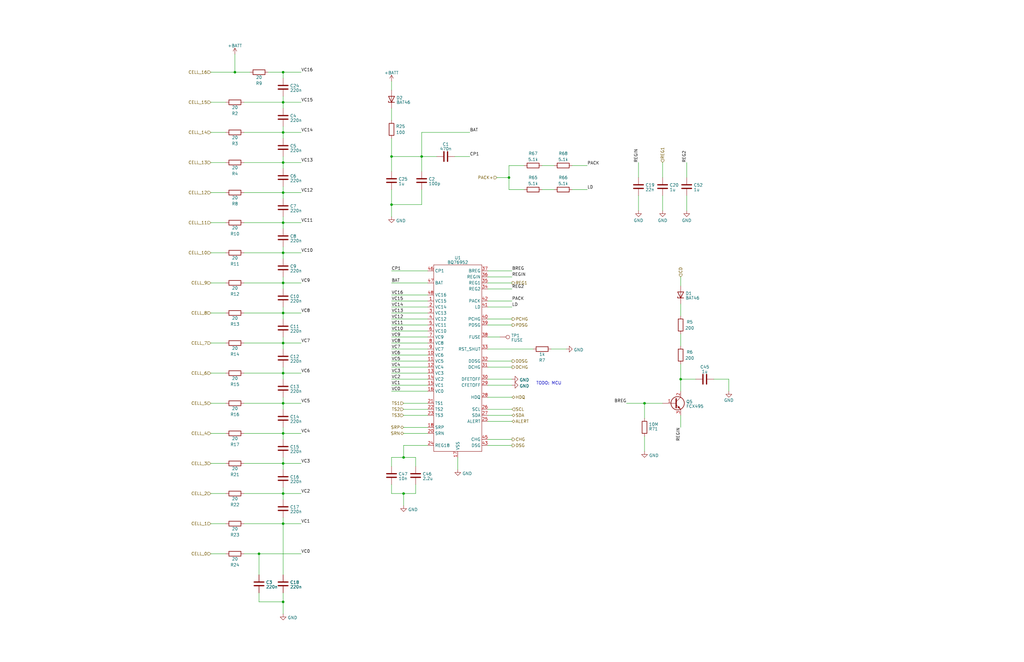
<source format=kicad_sch>
(kicad_sch (version 20230121) (generator eeschema)
  (paper "B")
  (title_block (title "Protection and Balancing") (date "2022-10-30") (rev "Rev 0") (company "QTech BMS Dept"))
  (junction (at 165.1 66.04))
  (junction (at 119.38 68.58))
  (junction (at 119.38 208.28))
  (junction (at 214.63 74.93))
  (junction (at 165.1 86.36))
  (junction (at 170.18 193.04))
  (junction (at 287.02 160.02))
  (junction (at 119.38 81.28))
  (junction (at 170.18 208.28))
  (junction (at 99.06 30.48))
  (junction (at 119.38 132.08))
  (junction (at 119.38 182.88))
  (junction (at 119.38 30.48))
  (junction (at 177.8 66.04))
  (junction (at 119.38 220.98))
  (junction (at 119.38 170.18))
  (junction (at 109.22 233.68))
  (junction (at 271.78 170.18))
  (junction (at 119.38 157.48))
  (junction (at 119.38 93.98))
  (junction (at 119.38 254))
  (junction (at 119.38 106.68))
  (junction (at 119.38 55.88))
  (junction (at 119.38 195.58))
  (junction (at 119.38 43.18))
  (junction (at 119.38 119.38))
  (junction (at 119.38 144.78))
  (wire (pts (xy 165.1 149.86) (xy 180.34 149.86)))
  (wire (pts (xy 191.77 66.04) (xy 198.12 66.04)))
  (wire (pts (xy 165.1 160.02) (xy 180.34 160.02)))
  (wire (pts (xy 88.9 195.58) (xy 95.25 195.58)))
  (wire (pts (xy 102.87 170.18) (xy 119.38 170.18)))
  (wire (pts (xy 287.02 128.27) (xy 287.02 133.35)))
  (wire (pts (xy 220.98 69.85) (xy 214.63 69.85)))
  (wire (pts (xy 102.87 43.18) (xy 119.38 43.18)))
  (wire (pts (xy 205.74 172.72) (xy 215.9 172.72)))
  (wire (pts (xy 119.38 55.88) (xy 119.38 58.42)))
  (wire (pts (xy 271.78 170.18) (xy 264.16 170.18)))
  (wire (pts (xy 205.74 154.94) (xy 215.9 154.94)))
  (wire (pts (xy 175.26 196.85) (xy 175.26 193.04)))
  (wire (pts (xy 205.74 129.54) (xy 215.9 129.54)))
  (wire (pts (xy 177.8 66.04) (xy 177.8 55.88)))
  (wire (pts (xy 119.38 116.84) (xy 119.38 119.38)))
  (wire (pts (xy 88.9 81.28) (xy 95.25 81.28)))
  (wire (pts (xy 205.74 147.32) (xy 224.79 147.32)))
  (wire (pts (xy 119.38 68.58) (xy 119.38 71.12)))
  (wire (pts (xy 165.1 137.16) (xy 180.34 137.16)))
  (wire (pts (xy 119.38 254) (xy 119.38 259.08)))
  (wire (pts (xy 177.8 72.39) (xy 177.8 66.04)))
  (wire (pts (xy 232.41 147.32) (xy 238.76 147.32)))
  (wire (pts (xy 165.1 129.54) (xy 180.34 129.54)))
  (wire (pts (xy 180.34 182.88) (xy 170.18 182.88)))
  (wire (pts (xy 269.24 68.58) (xy 269.24 74.93)))
  (wire (pts (xy 271.78 170.18) (xy 271.78 176.53)))
  (wire (pts (xy 119.38 205.74) (xy 119.38 208.28)))
  (wire (pts (xy 99.06 22.86) (xy 99.06 30.48)))
  (wire (pts (xy 165.1 132.08) (xy 180.34 132.08)))
  (wire (pts (xy 228.6 80.01) (xy 233.68 80.01)))
  (wire (pts (xy 119.38 167.64) (xy 119.38 170.18)))
  (wire (pts (xy 102.87 233.68) (xy 109.22 233.68)))
  (wire (pts (xy 165.1 80.01) (xy 165.1 86.36)))
  (wire (pts (xy 287.02 160.02) (xy 293.37 160.02)))
  (wire (pts (xy 119.38 157.48) (xy 127 157.48)))
  (wire (pts (xy 205.74 177.8) (xy 215.9 177.8)))
  (wire (pts (xy 205.74 116.84) (xy 215.9 116.84)))
  (wire (pts (xy 170.18 208.28) (xy 175.26 208.28)))
  (wire (pts (xy 109.22 233.68) (xy 127 233.68)))
  (wire (pts (xy 205.74 137.16) (xy 215.9 137.16)))
  (wire (pts (xy 119.38 132.08) (xy 119.38 134.62)))
  (wire (pts (xy 113.03 30.48) (xy 119.38 30.48)))
  (wire (pts (xy 119.38 66.04) (xy 119.38 68.58)))
  (wire (pts (xy 170.18 187.96) (xy 170.18 193.04)))
  (wire (pts (xy 193.04 193.04) (xy 193.04 198.12)))
  (wire (pts (xy 287.02 153.67) (xy 287.02 160.02)))
  (wire (pts (xy 119.38 250.19) (xy 119.38 254)))
  (wire (pts (xy 279.4 68.58) (xy 279.4 74.93)))
  (wire (pts (xy 88.9 170.18) (xy 95.25 170.18)))
  (wire (pts (xy 119.38 218.44) (xy 119.38 220.98)))
  (wire (pts (xy 119.38 157.48) (xy 119.38 160.02)))
  (wire (pts (xy 205.74 134.62) (xy 215.9 134.62)))
  (wire (pts (xy 119.38 68.58) (xy 127 68.58)))
  (wire (pts (xy 88.9 93.98) (xy 95.25 93.98)))
  (wire (pts (xy 99.06 30.48) (xy 105.41 30.48)))
  (wire (pts (xy 109.22 250.19) (xy 109.22 254)))
  (wire (pts (xy 119.38 180.34) (xy 119.38 182.88)))
  (wire (pts (xy 88.9 30.48) (xy 99.06 30.48)))
  (wire (pts (xy 165.1 34.29) (xy 165.1 38.1)))
  (wire (pts (xy 88.9 43.18) (xy 95.25 43.18)))
  (wire (pts (xy 119.38 195.58) (xy 127 195.58)))
  (wire (pts (xy 307.34 160.02) (xy 307.34 165.1)))
  (wire (pts (xy 170.18 193.04) (xy 165.1 193.04)))
  (wire (pts (xy 279.4 170.18) (xy 271.78 170.18)))
  (wire (pts (xy 119.38 93.98) (xy 119.38 96.52)))
  (wire (pts (xy 289.56 82.55) (xy 289.56 88.9)))
  (wire (pts (xy 88.9 68.58) (xy 95.25 68.58)))
  (wire (pts (xy 170.18 208.28) (xy 170.18 213.36)))
  (wire (pts (xy 300.99 160.02) (xy 307.34 160.02)))
  (wire (pts (xy 247.65 69.85) (xy 241.3 69.85)))
  (wire (pts (xy 119.38 208.28) (xy 127 208.28)))
  (wire (pts (xy 271.78 184.15) (xy 271.78 190.5)))
  (wire (pts (xy 88.9 119.38) (xy 95.25 119.38)))
  (wire (pts (xy 205.74 152.4) (xy 215.9 152.4)))
  (wire (pts (xy 119.38 30.48) (xy 127 30.48)))
  (wire (pts (xy 119.38 220.98) (xy 127 220.98)))
  (wire (pts (xy 205.74 119.38) (xy 215.9 119.38)))
  (wire (pts (xy 119.38 144.78) (xy 127 144.78)))
  (wire (pts (xy 180.34 180.34) (xy 170.18 180.34)))
  (wire (pts (xy 102.87 68.58) (xy 119.38 68.58)))
  (wire (pts (xy 180.34 172.72) (xy 170.18 172.72)))
  (wire (pts (xy 165.1 86.36) (xy 177.8 86.36)))
  (wire (pts (xy 165.1 66.04) (xy 177.8 66.04)))
  (wire (pts (xy 214.63 74.93) (xy 214.63 69.85)))
  (wire (pts (xy 102.87 132.08) (xy 119.38 132.08)))
  (wire (pts (xy 214.63 80.01) (xy 220.98 80.01)))
  (wire (pts (xy 102.87 81.28) (xy 119.38 81.28)))
  (wire (pts (xy 177.8 55.88) (xy 198.12 55.88)))
  (wire (pts (xy 279.4 82.55) (xy 279.4 88.9)))
  (wire (pts (xy 102.87 220.98) (xy 119.38 220.98)))
  (wire (pts (xy 205.74 114.3) (xy 215.9 114.3)))
  (wire (pts (xy 119.38 78.74) (xy 119.38 81.28)))
  (wire (pts (xy 88.9 157.48) (xy 95.25 157.48)))
  (wire (pts (xy 102.87 106.68) (xy 119.38 106.68)))
  (wire (pts (xy 165.1 204.47) (xy 165.1 208.28)))
  (wire (pts (xy 165.1 58.42) (xy 165.1 66.04)))
  (wire (pts (xy 102.87 93.98) (xy 119.38 93.98)))
  (wire (pts (xy 88.9 106.68) (xy 95.25 106.68)))
  (wire (pts (xy 102.87 157.48) (xy 119.38 157.48)))
  (wire (pts (xy 269.24 82.55) (xy 269.24 88.9)))
  (wire (pts (xy 287.02 140.97) (xy 287.02 146.05)))
  (wire (pts (xy 119.38 40.64) (xy 119.38 43.18)))
  (wire (pts (xy 205.74 160.02) (xy 215.9 160.02)))
  (wire (pts (xy 175.26 208.28) (xy 175.26 204.47)))
  (wire (pts (xy 205.74 121.92) (xy 215.9 121.92)))
  (wire (pts (xy 165.1 142.24) (xy 180.34 142.24)))
  (wire (pts (xy 165.1 208.28) (xy 170.18 208.28)))
  (wire (pts (xy 102.87 195.58) (xy 119.38 195.58)))
  (wire (pts (xy 88.9 144.78) (xy 95.25 144.78)))
  (wire (pts (xy 165.1 66.04) (xy 165.1 72.39)))
  (wire (pts (xy 119.38 55.88) (xy 127 55.88)))
  (wire (pts (xy 119.38 182.88) (xy 127 182.88)))
  (wire (pts (xy 165.1 124.46) (xy 180.34 124.46)))
  (wire (pts (xy 205.74 162.56) (xy 215.9 162.56)))
  (wire (pts (xy 88.9 220.98) (xy 95.25 220.98)))
  (wire (pts (xy 119.38 81.28) (xy 119.38 83.82)))
  (wire (pts (xy 119.38 119.38) (xy 119.38 121.92)))
  (wire (pts (xy 289.56 68.58) (xy 289.56 74.93)))
  (wire (pts (xy 165.1 127) (xy 180.34 127)))
  (wire (pts (xy 119.38 43.18) (xy 127 43.18)))
  (wire (pts (xy 233.68 69.85) (xy 228.6 69.85)))
  (wire (pts (xy 287.02 160.02) (xy 287.02 165.1)))
  (wire (pts (xy 119.38 220.98) (xy 119.38 242.57)))
  (wire (pts (xy 119.38 142.24) (xy 119.38 144.78)))
  (wire (pts (xy 119.38 195.58) (xy 119.38 198.12)))
  (wire (pts (xy 102.87 182.88) (xy 119.38 182.88)))
  (wire (pts (xy 287.02 175.26) (xy 287.02 180.34)))
  (wire (pts (xy 119.38 106.68) (xy 119.38 109.22)))
  (wire (pts (xy 119.38 193.04) (xy 119.38 195.58)))
  (wire (pts (xy 165.1 45.72) (xy 165.1 50.8)))
  (wire (pts (xy 88.9 132.08) (xy 95.25 132.08)))
  (wire (pts (xy 119.38 144.78) (xy 119.38 147.32)))
  (wire (pts (xy 109.22 233.68) (xy 109.22 242.57)))
  (wire (pts (xy 119.38 93.98) (xy 127 93.98)))
  (wire (pts (xy 119.38 43.18) (xy 119.38 45.72)))
  (wire (pts (xy 102.87 208.28) (xy 119.38 208.28)))
  (wire (pts (xy 102.87 144.78) (xy 119.38 144.78)))
  (wire (pts (xy 165.1 134.62) (xy 180.34 134.62)))
  (wire (pts (xy 119.38 132.08) (xy 127 132.08)))
  (wire (pts (xy 88.9 55.88) (xy 95.25 55.88)))
  (wire (pts (xy 102.87 55.88) (xy 119.38 55.88)))
  (wire (pts (xy 119.38 104.14) (xy 119.38 106.68)))
  (wire (pts (xy 119.38 170.18) (xy 119.38 172.72)))
  (wire (pts (xy 109.22 254) (xy 119.38 254)))
  (wire (pts (xy 214.63 74.93) (xy 209.55 74.93)))
  (wire (pts (xy 175.26 193.04) (xy 170.18 193.04)))
  (wire (pts (xy 205.74 185.42) (xy 215.9 185.42)))
  (wire (pts (xy 177.8 86.36) (xy 177.8 80.01)))
  (wire (pts (xy 165.1 193.04) (xy 165.1 196.85)))
  (wire (pts (xy 214.63 80.01) (xy 214.63 74.93)))
  (wire (pts (xy 205.74 175.26) (xy 215.9 175.26)))
  (wire (pts (xy 88.9 208.28) (xy 95.25 208.28)))
  (wire (pts (xy 119.38 81.28) (xy 127 81.28)))
  (wire (pts (xy 119.38 91.44) (xy 119.38 93.98)))
  (wire (pts (xy 165.1 165.1) (xy 180.34 165.1)))
  (wire (pts (xy 119.38 208.28) (xy 119.38 210.82)))
  (wire (pts (xy 165.1 139.7) (xy 180.34 139.7)))
  (wire (pts (xy 205.74 142.24) (xy 210.82 142.24)))
  (wire (pts (xy 165.1 144.78) (xy 180.34 144.78)))
  (wire (pts (xy 165.1 152.4) (xy 180.34 152.4)))
  (wire (pts (xy 165.1 86.36) (xy 165.1 91.44)))
  (wire (pts (xy 119.38 154.94) (xy 119.38 157.48)))
  (wire (pts (xy 205.74 127) (xy 215.9 127)))
  (wire (pts (xy 119.38 129.54) (xy 119.38 132.08)))
  (wire (pts (xy 205.74 187.96) (xy 215.9 187.96)))
  (wire (pts (xy 165.1 114.3) (xy 180.34 114.3)))
  (wire (pts (xy 170.18 187.96) (xy 180.34 187.96)))
  (wire (pts (xy 102.87 119.38) (xy 119.38 119.38)))
  (wire (pts (xy 180.34 175.26) (xy 170.18 175.26)))
  (wire (pts (xy 119.38 30.48) (xy 119.38 33.02)))
  (wire (pts (xy 241.3 80.01) (xy 247.65 80.01)))
  (wire (pts (xy 180.34 170.18) (xy 170.18 170.18)))
  (wire (pts (xy 88.9 233.68) (xy 95.25 233.68)))
  (wire (pts (xy 119.38 182.88) (xy 119.38 185.42)))
  (wire (pts (xy 165.1 154.94) (xy 180.34 154.94)))
  (wire (pts (xy 165.1 162.56) (xy 180.34 162.56)))
  (wire (pts (xy 119.38 53.34) (xy 119.38 55.88)))
  (wire (pts (xy 165.1 119.38) (xy 180.34 119.38)))
  (wire (pts (xy 119.38 170.18) (xy 127 170.18)))
  (wire (pts (xy 205.74 167.64) (xy 215.9 167.64)))
  (wire (pts (xy 177.8 66.04) (xy 184.15 66.04)))
  (wire (pts (xy 165.1 157.48) (xy 180.34 157.48)))
  (wire (pts (xy 119.38 119.38) (xy 127 119.38)))
  (wire (pts (xy 88.9 182.88) (xy 95.25 182.88)))
  (wire (pts (xy 287.02 116.84) (xy 287.02 120.65)))
  (wire (pts (xy 165.1 147.32) (xy 180.34 147.32)))
  (wire (pts (xy 119.38 106.68) (xy 127 106.68)))
  (text "TODO: MCU" (at 226.06 162.56 0) (effects (font (size 1.27 1.27)) (justify left bottom)))
  (label "VC7" (at 127 144.78 0))
  (label "VC4" (at 165.1 154.94 0))
  (label "BAT" (at 198.12 55.88 0))
  (label "LD" (at 247.65 80.01 0))
  (label "VC1" (at 127 220.98 0))
  (label "VC5" (at 127 170.18 0))
  (label "VC0" (at 127 233.68 0))
  (label "VC15" (at 127 43.18 0))
  (label "LD" (at 215.9 129.54 0))
  (label "BAT" (at 165.1 119.38 0))
  (label "VC10" (at 165.1 139.7 0))
  (label "VC3" (at 127 195.58 0))
  (label "VC15" (at 165.1 127 0))
  (label "REGIN" (at 269.24 68.58 90))
  (label "PACK" (at 215.9 127 0))
  (label "VC3" (at 165.1 157.48 0))
  (label "REGIN" (at 215.9 116.84 0))
  (label "VC14" (at 165.1 129.54 0))
  (label "VC0" (at 165.1 165.1 0))
  (label "VC6" (at 165.1 149.86 0))
  (label "VC16" (at 165.1 124.46 0))
  (label "VC13" (at 165.1 132.08 0))
  (label "VC6" (at 127 157.48 0))
  (label "VC4" (at 127 182.88 0))
  (label "CP1" (at 198.12 66.04 0))
  (label "VC16" (at 127 30.48 0))
  (label "VC7" (at 165.1 147.32 0))
  (label "VC12" (at 165.1 134.62 0))
  (label "VC1" (at 165.1 162.56 0))
  (label "VC12" (at 127 81.28 0))
  (label "VC9" (at 165.1 142.24 0))
  (label "VC10" (at 127 106.68 0))
  (label "BREG" (at 264.16 170.18 180))
  (label "VC13" (at 127 68.58 0))
  (label "VC11" (at 127 93.98 0))
  (label "VC11" (at 165.1 137.16 0))
  (label "CP1" (at 165.1 114.3 0))
  (label "VC9" (at 127 119.38 0))
  (label "PACK" (at 247.65 69.85 0))
  (label "REG2" (at 215.9 121.92 0))
  (label "BREG" (at 215.9 114.3 0))
  (label "VC8" (at 127 132.08 0))
  (label "VC2" (at 165.1 160.02 0))
  (label "VC5" (at 165.1 152.4 0))
  (label "REGIN" (at 287.02 180.34 270))
  (label "VC14" (at 127 55.88 0))
  (label "VC8" (at 165.1 144.78 0))
  (label "REG2" (at 289.56 68.58 90))
  (label "VC2" (at 127 208.28 0))
  (hierarchical_label "PDSG" (shape output) (at 215.9 137.16 0))
  (hierarchical_label "SRP" (shape bidirectional) (at 170.18 180.34 180))
  (hierarchical_label "DSG" (shape output) (at 215.9 187.96 0))
  (hierarchical_label "CELL_13" (shape input) (at 88.9 68.58 180))
  (hierarchical_label "CELL_2" (shape input) (at 88.9 208.28 180))
  (hierarchical_label "CELL_14" (shape input) (at 88.9 55.88 180))
  (hierarchical_label "CELL_0" (shape input) (at 88.9 233.68 180))
  (hierarchical_label "CELL_15" (shape input) (at 88.9 43.18 180))
  (hierarchical_label "CELL_9" (shape input) (at 88.9 119.38 180))
  (hierarchical_label "REG1" (shape input) (at 279.4 68.58 90))
  (hierarchical_label "CELL_5" (shape input) (at 88.9 170.18 180))
  (hierarchical_label "CELL_3" (shape input) (at 88.9 195.58 180))
  (hierarchical_label "TS1" (shape input) (at 170.18 170.18 180))
  (hierarchical_label "TS2" (shape input) (at 170.18 172.72 180))
  (hierarchical_label "CELL_16" (shape input) (at 88.9 30.48 180))
  (hierarchical_label "CELL_10" (shape input) (at 88.9 106.68 180))
  (hierarchical_label "SCL" (shape input) (at 215.9 172.72 0))
  (hierarchical_label "CELL_7" (shape input) (at 88.9 144.78 180))
  (hierarchical_label "CELL_1" (shape input) (at 88.9 220.98 180))
  (hierarchical_label "CELL_4" (shape input) (at 88.9 182.88 180))
  (hierarchical_label "PACK+" (shape input) (at 209.55 74.93 180))
  (hierarchical_label "DDSG" (shape output) (at 215.9 152.4 0))
  (hierarchical_label "SRN" (shape bidirectional) (at 170.18 182.88 180))
  (hierarchical_label "DCHG" (shape output) (at 215.9 154.94 0))
  (hierarchical_label "PCHG" (shape output) (at 215.9 134.62 0))
  (hierarchical_label "TS3" (shape input) (at 170.18 175.26 180))
  (hierarchical_label "REG1" (shape output) (at 215.9 119.38 0))
  (hierarchical_label "SDA" (shape bidirectional) (at 215.9 175.26 0))
  (hierarchical_label "CHG" (shape output) (at 215.9 185.42 0))
  (hierarchical_label "CELL_11" (shape input) (at 88.9 93.98 180))
  (hierarchical_label "CELL_8" (shape input) (at 88.9 132.08 180))
  (hierarchical_label "HDQ" (shape bidirectional) (at 215.9 167.64 0))
  (hierarchical_label "ALERT" (shape bidirectional) (at 215.9 177.8 0))
  (hierarchical_label "CD" (shape input) (at 287.02 116.84 90))
  (hierarchical_label "CELL_12" (shape input) (at 88.9 81.28 180))
  (hierarchical_label "CELL_6" (shape input) (at 88.9 157.48 180))
  (symbol (lib_id "Device:R") (at 224.79 69.85 270) (unit 1)
    (property "Reference" "R67" (at 224.79 64.77 90))
    (property "Value" "5.1k" (at 224.79 67.3069 90))
    (property "Footprint" "Resistor_SMD:R_0805_2012Metric" (effects hide))
    (property "Datasheet" "https://www.mouser.com/datasheet/2/447/PYu_RC_Group_51_RoHS_L_11-1984063.pdf" (effects hide))
    (property "Mouser" "https://www.mouser.com/ProductDetail/YAGEO/RC1206JR-075K1L?qs=sGAEpiMZZMtlubZbdhIBIBvSqRm9%252BnwjpZFs1r6dFlc%3D" (effects hide))
    (property "Part Number" "RC1206JR-075K1L" (effects hide))
    (property "Rating" "250mW" (effects hide))
  )
  (symbol (lib_id "Device:C") (at 269.24 78.74 180) (unit 1)
    (property "Reference" "C19" (at 272.161 78.0963 0) (effects (justify right)))
    (property "Value" "22n" (at 272.161 80.0173 0) (effects (justify right)))
    (property "Footprint" "Capacitor_SMD:C_0805_2012Metric" (effects hide))
    (property "Datasheet" "https://www.mouser.com/datasheet/2/585/Samsung_MLCC_1837944-1929650.pdf" (effects hide))
    (property "Mouser" "https://www.mouser.com/ProductDetail/Samsung-Electro-Mechanics/CL21B223KBANNWC?qs=sGAEpiMZZMs7ZEmUmaUL0wnmEc5iLKHPtt1rJVYhzS8%3D" (effects hide))
    (property "Part Number" "CL21B223KBANNWC" (effects hide))
    (property "Rating" "50V" (effects hide))
  )
  (symbol (lib_id "Device:R") (at 99.06 43.18 270) (unit 1)
    (property "Reference" "R2" (at 99.06 47.8958 90))
    (property "Value" "20" (at 99.06 45.3589 90))
    (property "Footprint" "Resistor_SMD:R_1210_3225Metric" (effects hide))
    (property "Datasheet" "https://www.vishay.com/doc?28773" (effects hide))
    (property "Mouser" "https://www.mouser.com/ProductDetail/Vishay-Dale/CRCW120620R0FKEAC?qs=sGAEpiMZZMtlubZbdhIBIIZe04wfiaJWRZ0aKsAnSF4%3D" (effects hide))
    (property "Part Number" "CRCW120620R0FKEAC" (effects hide))
    (property "Rating" "1/4W" (effects hide))
  )
  (symbol (lib_id "Device:R") (at 237.49 80.01 270) (unit 1)
    (property "Reference" "R66" (at 237.49 74.93 90))
    (property "Value" "5.1k" (at 237.49 77.4669 90))
    (property "Footprint" "Resistor_SMD:R_0805_2012Metric" (effects hide))
    (property "Datasheet" "https://www.mouser.com/datasheet/2/447/PYu_RC_Group_51_RoHS_L_11-1984063.pdf" (effects hide))
    (property "Mouser" "https://www.mouser.com/ProductDetail/YAGEO/RC1206JR-075K1L?qs=sGAEpiMZZMtlubZbdhIBIBvSqRm9%252BnwjpZFs1r6dFlc%3D" (effects hide))
    (property "Part Number" "RC1206JR-075K1L" (effects hide))
    (property "Rating" "250mW" (effects hide))
  )
  (symbol (lib_id "Device:R") (at 99.06 119.38 270) (unit 1)
    (property "Reference" "R12" (at 99.06 124.0958 90))
    (property "Value" "20" (at 99.06 121.5589 90))
    (property "Footprint" "Resistor_SMD:R_1210_3225Metric" (effects hide))
    (property "Datasheet" "https://www.vishay.com/doc?28773" (effects hide))
    (property "Mouser" "https://www.mouser.com/ProductDetail/Vishay-Dale/CRCW120620R0FKEAC?qs=sGAEpiMZZMtlubZbdhIBIIZe04wfiaJWRZ0aKsAnSF4%3D" (effects hide))
    (property "Part Number" "CRCW120620R0FKEAC" (effects hide))
    (property "Rating" "1/4W" (effects hide))
  )
  (symbol (lib_id "Device:R") (at 99.06 132.08 270) (unit 1)
    (property "Reference" "R13" (at 99.06 136.7958 90))
    (property "Value" "20" (at 99.06 134.2589 90))
    (property "Footprint" "Resistor_SMD:R_1210_3225Metric" (effects hide))
    (property "Datasheet" "https://www.vishay.com/doc?28773" (effects hide))
    (property "Mouser" "https://www.mouser.com/ProductDetail/Vishay-Dale/CRCW120620R0FKEAC?qs=sGAEpiMZZMtlubZbdhIBIIZe04wfiaJWRZ0aKsAnSF4%3D" (effects hide))
    (property "Part Number" "CRCW120620R0FKEAC" (effects hide))
    (property "Rating" "1/4W" (effects hide))
  )
  (symbol (lib_id "Device:C") (at 119.38 113.03 0) (unit 1)
    (property "Reference" "C9" (at 122.301 112.3863 0) (effects (justify left)))
    (property "Value" "220n" (at 122.301 114.3073 0) (effects (justify left)))
    (property "Footprint" "Capacitor_SMD:C_0603_1608Metric" (effects hide))
    (property "Datasheet" "https://www.mouser.com/datasheet/2/281/1/GRM188R71E224KA88_01A-1985939.pdf" (effects hide))
    (property "Mouser" "https://www.mouser.com/ProductDetail/Murata-Electronics/GRM188R71E224KA88J?qs=sGAEpiMZZMsh%252B1woXyUXjzfHhryCVQWKGSTUJyXJFXk%3D" (effects hide))
    (property "Part Number" "GRM188R71E224KA88J" (effects hide))
    (property "Rating" "25 VDC" (effects hide))
  )
  (symbol (lib_id "Device:D_Zener") (at 165.1 41.91 90) (unit 1)
    (property "Reference" "D2" (at 167.132 41.2663 90) (effects (justify right)))
    (property "Value" "BAT46" (at 167.132 43.1873 90) (effects (justify right)))
    (property "Footprint" "Diode_SMD:D_SOD-123" (effects hide))
    (property "Datasheet" "https://www.mouser.com/datasheet/2/258/BAT46WHE3_SOD_123_-1957551.pdf" (effects hide))
    (property "Mouser" "https://www.mouser.com/ProductDetail/Micro-Commercial-Components-MCC/BAT46WHE3-TP?qs=HBWAp0VN4RhwZZGh4BO67Q%3D%3D" (effects hide))
    (property "Part Number" "BAT46WHE3-TP" (effects hide))
    (property "Rating" "100V 150mA" (effects hide))
  )
  (symbol (lib_id "Device:C") (at 165.1 76.2 180) (unit 1)
    (property "Reference" "C25" (at 168.021 75.5563 0) (effects (justify right)))
    (property "Value" "1u" (at 168.021 77.4773 0) (effects (justify right)))
    (property "Footprint" "Capacitor_SMD:C_1206_3216Metric" (effects hide))
    (property "Datasheet" "https://www.mouser.com/datasheet/2/585/MLCC-1837944.pdf" (effects hide))
    (property "Mouser" "https://www.mouser.com/ProductDetail/Samsung-Electro-Mechanics/CL31B105KCHNNNE?qs=sGAEpiMZZMsh%252B1woXyUXj7iNKXiFkBmwUqTRcZ61bFU%3D" (effects hide))
    (property "Part Number" "CL31B105KCHNNNE" (effects hide))
    (property "Rating" "100V" (effects hide))
  )
  (symbol (lib_id "Device:R") (at 99.06 208.28 270) (unit 1)
    (property "Reference" "R22" (at 99.06 212.9958 90))
    (property "Value" "20" (at 99.06 210.4589 90))
    (property "Footprint" "Resistor_SMD:R_1210_3225Metric" (effects hide))
    (property "Datasheet" "https://www.vishay.com/doc?28773" (effects hide))
    (property "Mouser" "https://www.mouser.com/ProductDetail/Vishay-Dale/CRCW120620R0FKEAC?qs=sGAEpiMZZMtlubZbdhIBIIZe04wfiaJWRZ0aKsAnSF4%3D" (effects hide))
    (property "Part Number" "CRCW120620R0FKEAC" (effects hide))
    (property "Rating" "1/4W" (effects hide))
  )
  (symbol (lib_id "Device:C") (at 289.56 78.74 180) (unit 1)
    (property "Reference" "C52" (at 292.481 78.0963 0) (effects (justify right)))
    (property "Value" "1u" (at 292.481 80.0173 0) (effects (justify right)))
    (property "Footprint" "Capacitor_SMD:C_0603_1608Metric" (effects hide))
    (property "Datasheet" "https://www.mouser.com/datasheet/2/585/MLCC-1837944.pdf" (effects hide))
    (property "Mouser" "https://www.mouser.com/ProductDetail/Samsung-Electro-Mechanics/CL10B105KA8NNND?qs=sGAEpiMZZMs7ZEmUmaUL03JOSOi7G3a3Pbmf%252BVZ%2FyZWWNareYBTNVg%3D%3D" (effects hide))
    (property "Part Number" "CL10B105KA8NNND" (effects hide))
    (property "Rating" "25V" (effects hide))
  )
  (symbol (lib_id "Device:R") (at 99.06 233.68 270) (unit 1)
    (property "Reference" "R24" (at 99.06 238.3958 90))
    (property "Value" "20" (at 99.06 235.8589 90))
    (property "Footprint" "Resistor_SMD:R_1210_3225Metric" (effects hide))
    (property "Datasheet" "https://www.vishay.com/doc?28773" (effects hide))
    (property "Mouser" "https://www.mouser.com/ProductDetail/Vishay-Dale/CRCW120620R0FKEAC?qs=sGAEpiMZZMtlubZbdhIBIIZe04wfiaJWRZ0aKsAnSF4%3D" (effects hide))
    (property "Part Number" "CRCW120620R0FKEAC" (effects hide))
    (property "Rating" "1/4W" (effects hide))
  )
  (symbol (lib_id "Device:R") (at 237.49 69.85 270) (unit 1)
    (property "Reference" "R68" (at 237.49 64.7731 90))
    (property "Value" "5.1k" (at 237.49 67.31 90))
    (property "Footprint" "Resistor_SMD:R_0805_2012Metric" (effects hide))
    (property "Datasheet" "https://www.mouser.com/datasheet/2/447/PYu_RC_Group_51_RoHS_L_11-1984063.pdf" (effects hide))
    (property "Mouser" "https://www.mouser.com/ProductDetail/YAGEO/RC1206JR-075K1L?qs=sGAEpiMZZMtlubZbdhIBIBvSqRm9%252BnwjpZFs1r6dFlc%3D" (effects hide))
    (property "Part Number" "RC1206JR-075K1L" (effects hide))
    (property "Rating" "250mW" (effects hide))
  )
  (symbol (lib_id "power:GND") (at 269.24 88.9 0) (unit 1)
    (property "Reference" "#PWR09" (effects hide))
    (property "Value" "GND" (at 269.24 93.0355 0))
  )
  (symbol (lib_id "Device:C") (at 279.4 78.74 180) (unit 1)
    (property "Reference" "C20" (at 282.321 78.0963 0) (effects (justify right)))
    (property "Value" "1u" (at 282.321 80.0173 0) (effects (justify right)))
    (property "Footprint" "Capacitor_SMD:C_0603_1608Metric" (effects hide))
    (property "Datasheet" "https://www.mouser.com/datasheet/2/585/MLCC-1837944.pdf" (effects hide))
    (property "Mouser" "https://www.mouser.com/ProductDetail/Samsung-Electro-Mechanics/CL10B105KA8NNND?qs=sGAEpiMZZMs7ZEmUmaUL03JOSOi7G3a3Pbmf%252BVZ%2FyZWWNareYBTNVg%3D%3D" (effects hide))
    (property "Part Number" "CL10B105KA8NNND" (effects hide))
    (property "Rating" "25V" (effects hide))
  )
  (symbol (lib_id "power:+BATT") (at 99.06 22.86 0) (unit 1)
    (property "Reference" "#PWR03" (effects hide))
    (property "Value" "+BATT" (at 99.06 19.2842 0))
  )
  (symbol (lib_id "Device:C") (at 119.38 214.63 0) (unit 1)
    (property "Reference" "C17" (at 122.301 213.9863 0) (effects (justify left)))
    (property "Value" "220n" (at 122.301 215.9073 0) (effects (justify left)))
    (property "Footprint" "Capacitor_SMD:C_0603_1608Metric" (effects hide))
    (property "Datasheet" "https://www.mouser.com/datasheet/2/281/1/GRM188R71E224KA88_01A-1985939.pdf" (effects hide))
    (property "Mouser" "https://www.mouser.com/ProductDetail/Murata-Electronics/GRM188R71E224KA88J?qs=sGAEpiMZZMsh%252B1woXyUXjzfHhryCVQWKGSTUJyXJFXk%3D" (effects hide))
    (property "Part Number" "GRM188R71E224KA88J" (effects hide))
    (property "Rating" "25 VDC" (effects hide))
  )
  (symbol (lib_id "Device:R") (at 99.06 93.98 270) (unit 1)
    (property "Reference" "R10" (at 99.06 98.6958 90))
    (property "Value" "20" (at 99.06 96.1589 90))
    (property "Footprint" "Resistor_SMD:R_1210_3225Metric" (effects hide))
    (property "Datasheet" "https://www.vishay.com/doc?28773" (effects hide))
    (property "Mouser" "https://www.mouser.com/ProductDetail/Vishay-Dale/CRCW120620R0FKEAC?qs=sGAEpiMZZMtlubZbdhIBIIZe04wfiaJWRZ0aKsAnSF4%3D" (effects hide))
    (property "Part Number" "CRCW120620R0FKEAC" (effects hide))
    (property "Rating" "1/4W" (effects hide))
  )
  (symbol (lib_id "Device:C") (at 119.38 138.43 0) (unit 1)
    (property "Reference" "C11" (at 122.301 137.7863 0) (effects (justify left)))
    (property "Value" "220n" (at 122.301 139.7073 0) (effects (justify left)))
    (property "Footprint" "Capacitor_SMD:C_0603_1608Metric" (effects hide))
    (property "Datasheet" "https://www.mouser.com/datasheet/2/281/1/GRM188R71E224KA88_01A-1985939.pdf" (effects hide))
    (property "Mouser" "https://www.mouser.com/ProductDetail/Murata-Electronics/GRM188R71E224KA88J?qs=sGAEpiMZZMsh%252B1woXyUXjzfHhryCVQWKGSTUJyXJFXk%3D" (effects hide))
    (property "Part Number" "GRM188R71E224KA88J" (effects hide))
    (property "Rating" "25 VDC" (effects hide))
  )
  (symbol (lib_id "Device:C") (at 297.18 160.02 270) (unit 1)
    (property "Reference" "C45" (at 297.18 154.8511 90))
    (property "Value" "1u" (at 297.18 156.7721 90))
    (property "Footprint" "Capacitor_SMD:C_1206_3216Metric" (effects hide))
    (property "Datasheet" "https://www.mouser.com/datasheet/2/585/MLCC-1837944.pdf" (effects hide))
    (property "Mouser" "https://www.mouser.com/ProductDetail/Samsung-Electro-Mechanics/CL31B105KCHNNNE?qs=sGAEpiMZZMsh%252B1woXyUXj7iNKXiFkBmwUqTRcZ61bFU%3D" (effects hide))
    (property "Part Number" "CL31B105KCHNNNE" (effects hide))
    (property "Rating" "100V" (effects hide))
  )
  (symbol (lib_id "Device:C") (at 119.38 163.83 0) (unit 1)
    (property "Reference" "C13" (at 122.301 163.1863 0) (effects (justify left)))
    (property "Value" "220n" (at 122.301 165.1073 0) (effects (justify left)))
    (property "Footprint" "Capacitor_SMD:C_0603_1608Metric" (effects hide))
    (property "Datasheet" "https://www.mouser.com/datasheet/2/281/1/GRM188R71E224KA88_01A-1985939.pdf" (effects hide))
    (property "Mouser" "https://www.mouser.com/ProductDetail/Murata-Electronics/GRM188R71E224KA88J?qs=sGAEpiMZZMsh%252B1woXyUXjzfHhryCVQWKGSTUJyXJFXk%3D" (effects hide))
    (property "Part Number" "GRM188R71E224KA88J" (effects hide))
    (property "Rating" "25 VDC" (effects hide))
  )
  (symbol (lib_id "Device:R") (at 99.06 195.58 270) (unit 1)
    (property "Reference" "R21" (at 99.06 200.2958 90))
    (property "Value" "20" (at 99.06 197.7589 90))
    (property "Footprint" "Resistor_SMD:R_1210_3225Metric" (effects hide))
    (property "Datasheet" "https://www.vishay.com/doc?28773" (effects hide))
    (property "Mouser" "https://www.mouser.com/ProductDetail/Vishay-Dale/CRCW120620R0FKEAC?qs=sGAEpiMZZMtlubZbdhIBIIZe04wfiaJWRZ0aKsAnSF4%3D" (effects hide))
    (property "Part Number" "CRCW120620R0FKEAC" (effects hide))
    (property "Rating" "1/4W" (effects hide))
  )
  (symbol (lib_id "power:GND") (at 238.76 147.32 90) (unit 1)
    (property "Reference" "#PWR033" (effects hide))
    (property "Value" "GND" (at 241.935 147.6368 90) (effects (justify right)))
  )
  (symbol (lib_id "Device:C") (at 109.22 246.38 0) (unit 1)
    (property "Reference" "C3" (at 112.141 245.7363 0) (effects (justify left)))
    (property "Value" "220n" (at 112.141 247.6573 0) (effects (justify left)))
    (property "Footprint" "Capacitor_SMD:C_0603_1608Metric" (effects hide))
    (property "Datasheet" "https://www.mouser.com/datasheet/2/281/1/GRM188R71E224KA88_01A-1985939.pdf" (effects hide))
    (property "Mouser" "https://www.mouser.com/ProductDetail/Murata-Electronics/GRM188R71E224KA88J?qs=sGAEpiMZZMsh%252B1woXyUXjzfHhryCVQWKGSTUJyXJFXk%3D" (effects hide))
    (property "Part Number" "GRM188R71E224KA88J" (effects hide))
    (property "Rating" "25 VDC" (effects hide))
  )
  (symbol (lib_id "Connector:TestPoint") (at 210.82 142.24 270) (unit 1)
    (property "Reference" "TP1" (at 215.519 141.5963 90) (effects (justify left)))
    (property "Value" "FUSE" (at 215.519 143.5173 90) (effects (justify left)))
    (property "Footprint" "TestPoint:TestPoint_Pad_D1.5mm" (effects hide))
  )
  (symbol (lib_id "Device:R") (at 99.06 106.68 270) (unit 1)
    (property "Reference" "R11" (at 99.06 111.3958 90))
    (property "Value" "20" (at 99.06 108.8589 90))
    (property "Footprint" "Resistor_SMD:R_1210_3225Metric" (effects hide))
    (property "Datasheet" "https://www.vishay.com/doc?28773" (effects hide))
    (property "Mouser" "https://www.mouser.com/ProductDetail/Vishay-Dale/CRCW120620R0FKEAC?qs=sGAEpiMZZMtlubZbdhIBIIZe04wfiaJWRZ0aKsAnSF4%3D" (effects hide))
    (property "Part Number" "CRCW120620R0FKEAC" (effects hide))
    (property "Rating" "1/4W" (effects hide))
  )
  (symbol (lib_id "Device:R") (at 228.6 147.32 270) (unit 1)
    (property "Reference" "R7" (at 228.6 152.0358 90))
    (property "Value" "1k" (at 228.6 149.4989 90))
    (property "Footprint" "Resistor_SMD:R_0603_1608Metric" (effects hide))
    (property "Datasheet" "https://www.vishay.com/doc?20035" (effects hide))
    (property "Mouser" "https://www.mouser.com/ProductDetail/Vishay-Dale/CRCW06031K00FKEC?qs=sGAEpiMZZMtlubZbdhIBIO43cdRDMqnZdC%2FvLADwXWY%3D" (effects hide))
    (property "Part Number" "CRCW06031K00FKEC" (effects hide))
    (property "Rating" "100mW" (effects hide))
  )
  (symbol (lib_id "Device:C") (at 119.38 151.13 0) (unit 1)
    (property "Reference" "C12" (at 122.301 150.4863 0) (effects (justify left)))
    (property "Value" "220n" (at 122.301 152.4073 0) (effects (justify left)))
    (property "Footprint" "Capacitor_SMD:C_0603_1608Metric" (effects hide))
    (property "Datasheet" "https://www.mouser.com/datasheet/2/281/1/GRM188R71E224KA88_01A-1985939.pdf" (effects hide))
    (property "Mouser" "https://www.mouser.com/ProductDetail/Murata-Electronics/GRM188R71E224KA88J?qs=sGAEpiMZZMsh%252B1woXyUXjzfHhryCVQWKGSTUJyXJFXk%3D" (effects hide))
    (property "Part Number" "GRM188R71E224KA88J" (effects hide))
    (property "Rating" "25 VDC" (effects hide))
  )
  (symbol (lib_id "Device:R") (at 224.79 80.01 270) (unit 1)
    (property "Reference" "R65" (at 224.79 74.93 90))
    (property "Value" "5.1k" (at 224.79 77.4669 90))
    (property "Footprint" "Resistor_SMD:R_0805_2012Metric" (effects hide))
    (property "Datasheet" "https://www.mouser.com/datasheet/2/447/PYu_RC_Group_51_RoHS_L_11-1984063.pdf" (effects hide))
    (property "Mouser" "https://www.mouser.com/ProductDetail/YAGEO/RC1206JR-075K1L?qs=sGAEpiMZZMtlubZbdhIBIBvSqRm9%252BnwjpZFs1r6dFlc%3D" (effects hide))
    (property "Part Number" "RC1206JR-075K1L" (effects hide))
    (property "Rating" "250mW" (effects hide))
  )
  (symbol (lib_id "power:GND") (at 307.34 165.1 0) (unit 1)
    (property "Reference" "#PWR012" (effects hide))
    (property "Value" "GND" (at 307.34 168.91 0))
  )
  (symbol (lib_id "Device:R") (at 109.22 30.48 270) (unit 1)
    (property "Reference" "R9" (at 109.22 35.1958 90))
    (property "Value" "20" (at 109.22 32.6589 90))
    (property "Footprint" "Resistor_SMD:R_1210_3225Metric" (effects hide))
    (property "Datasheet" "https://www.vishay.com/doc?28773" (effects hide))
    (property "Mouser" "https://www.mouser.com/ProductDetail/Vishay-Dale/CRCW120620R0FKEAC?qs=sGAEpiMZZMtlubZbdhIBIIZe04wfiaJWRZ0aKsAnSF4%3D" (effects hide))
    (property "Part Number" "CRCW120620R0FKEAC" (effects hide))
    (property "Rating" "1/4W" (effects hide))
  )
  (symbol (lib_id "power:GND") (at 170.18 213.36 0) (unit 1)
    (property "Reference" "#PWR032" (effects hide))
    (property "Value" "GND" (at 172.085 215.0638 0) (effects (justify left)))
  )
  (symbol (lib_id "Device:R") (at 287.02 137.16 180) (unit 1)
    (property "Reference" "R5" (at 290.83 135.89 0))
    (property "Value" "200" (at 290.83 138.4269 0))
    (property "Footprint" "Resistor_SMD:R_0805_2012Metric" (effects hide))
    (property "Datasheet" "https://www.mouser.com/datasheet/2/54/cr-1858361.pdf" (effects hide))
    (property "Mouser" "https://www.mouser.com/ProductDetail/Bourns/CR2512-JW-201ELF?qs=sGAEpiMZZMtlubZbdhIBIFx6EhAlX5Miu5jHMJgEsMg%3D" (effects hide))
    (property "Part Number" "CR2512-JW-201ELF" (effects hide))
    (property "Rating" "1W" (effects hide))
  )
  (symbol (lib_id "Device:Q_NPN_BCE") (at 284.48 170.18 0) (unit 1)
    (property "Reference" "Q5" (at 289.3314 169.5363 0) (effects (justify left)))
    (property "Value" "FCX495" (at 289.3314 171.4573 0) (effects (justify left)))
    (property "Footprint" "Package_TO_SOT_SMD:SOT-89-3" (effects hide))
    (property "Datasheet" "https://www.diodes.com/assets/Datasheets/FCX495.pdf" (effects hide))
    (property "Mouser" "https://www.mouser.com/ProductDetail/Diodes-Incorporated/FCX495TA?qs=fpoYs8%2FwAu9bxDJK3FfPWA%3D%3D" (effects hide))
    (property "Part Number" "FCX495TA" (effects hide))
    (property "Rating" "150V 1A" (effects hide))
  )
  (symbol (lib_id "Device:C") (at 119.38 201.93 0) (unit 1)
    (property "Reference" "C16" (at 122.301 201.2863 0) (effects (justify left)))
    (property "Value" "220n" (at 122.301 203.2073 0) (effects (justify left)))
    (property "Footprint" "Capacitor_SMD:C_0603_1608Metric" (effects hide))
    (property "Datasheet" "https://www.mouser.com/datasheet/2/281/1/GRM188R71E224KA88_01A-1985939.pdf" (effects hide))
    (property "Mouser" "https://www.mouser.com/ProductDetail/Murata-Electronics/GRM188R71E224KA88J?qs=sGAEpiMZZMsh%252B1woXyUXjzfHhryCVQWKGSTUJyXJFXk%3D" (effects hide))
    (property "Part Number" "GRM188R71E224KA88J" (effects hide))
    (property "Rating" "25 VDC" (effects hide))
  )
  (symbol (lib_id "power:GND") (at 279.4 88.9 0) (unit 1)
    (property "Reference" "#PWR08" (effects hide))
    (property "Value" "GND" (at 279.4 93.0355 0))
  )
  (symbol (lib_id "Device:C") (at 177.8 76.2 180) (unit 1)
    (property "Reference" "C2" (at 180.721 75.5563 0) (effects (justify right)))
    (property "Value" "100p" (at 180.721 77.4773 0) (effects (justify right)))
    (property "Footprint" "Capacitor_SMD:C_0603_1608Metric" (effects hide))
    (property "Datasheet" "https://www.mouser.com/datasheet/2/281/1/GCM1885C2A101JA16_01A-3142697.pdf" (effects hide))
    (property "Mouser" "https://www.mouser.com/ProductDetail/Murata-Electronics/GCM1885C2A101JA16D?qs=sGAEpiMZZMs7ZEmUmaUL05tK3UxeJStQD5AHYzB%252BilI%3D" (effects hide))
    (property "Part Number" "GCM1885C2A101JA16D" (effects hide))
    (property "Rating" "100V" (effects hide))
  )
  (symbol (lib_id "power:GND") (at 165.1 91.44 0) (unit 1)
    (property "Reference" "#PWR04" (effects hide))
    (property "Value" "GND" (at 167.005 93.1438 0) (effects (justify left)))
  )
  (symbol (lib_id "Device:R") (at 99.06 81.28 270) (unit 1)
    (property "Reference" "R8" (at 99.06 85.9958 90))
    (property "Value" "20" (at 99.06 83.4589 90))
    (property "Footprint" "Resistor_SMD:R_1210_3225Metric" (effects hide))
    (property "Datasheet" "https://www.vishay.com/doc?28773" (effects hide))
    (property "Mouser" "https://www.mouser.com/ProductDetail/Vishay-Dale/CRCW120620R0FKEAC?qs=sGAEpiMZZMtlubZbdhIBIIZe04wfiaJWRZ0aKsAnSF4%3D" (effects hide))
    (property "Part Number" "CRCW120620R0FKEAC" (effects hide))
    (property "Rating" "1/4W" (effects hide))
  )
  (symbol (lib_id "Device:R") (at 99.06 220.98 270) (unit 1)
    (property "Reference" "R23" (at 99.06 225.6958 90))
    (property "Value" "20" (at 99.06 223.1589 90))
    (property "Footprint" "Resistor_SMD:R_1210_3225Metric" (effects hide))
    (property "Datasheet" "https://www.vishay.com/doc?28773" (effects hide))
    (property "Mouser" "https://www.mouser.com/ProductDetail/Vishay-Dale/CRCW120620R0FKEAC?qs=sGAEpiMZZMtlubZbdhIBIIZe04wfiaJWRZ0aKsAnSF4%3D" (effects hide))
    (property "Part Number" "CRCW120620R0FKEAC" (effects hide))
    (property "Rating" "1/4W" (effects hide))
  )
  (symbol (lib_id "Device:R") (at 99.06 157.48 270) (unit 1)
    (property "Reference" "R15" (at 99.06 162.1958 90))
    (property "Value" "20" (at 99.06 159.6589 90))
    (property "Footprint" "Resistor_SMD:R_1210_3225Metric" (effects hide))
    (property "Datasheet" "https://www.vishay.com/doc?28773" (effects hide))
    (property "Mouser" "https://www.mouser.com/ProductDetail/Vishay-Dale/CRCW120620R0FKEAC?qs=sGAEpiMZZMtlubZbdhIBIIZe04wfiaJWRZ0aKsAnSF4%3D" (effects hide))
    (property "Part Number" "CRCW120620R0FKEAC" (effects hide))
    (property "Rating" "1/4W" (effects hide))
  )
  (symbol (lib_id "Device:C") (at 119.38 246.38 0) (unit 1)
    (property "Reference" "C18" (at 122.301 245.7363 0) (effects (justify left)))
    (property "Value" "220n" (at 122.301 247.6573 0) (effects (justify left)))
    (property "Footprint" "Capacitor_SMD:C_0603_1608Metric" (effects hide))
    (property "Datasheet" "https://www.mouser.com/datasheet/2/281/1/GRM188R71E224KA88_01A-1985939.pdf" (effects hide))
    (property "Mouser" "https://www.mouser.com/ProductDetail/Murata-Electronics/GRM188R71E224KA88J?qs=sGAEpiMZZMsh%252B1woXyUXjzfHhryCVQWKGSTUJyXJFXk%3D" (effects hide))
    (property "Part Number" "GRM188R71E224KA88J" (effects hide))
    (property "Rating" "25 VDC" (effects hide))
  )
  (symbol (lib_id "Device:C") (at 165.1 200.66 180) (unit 1)
    (property "Reference" "C47" (at 168.021 200.0163 0) (effects (justify right)))
    (property "Value" "10n" (at 168.021 201.9373 0) (effects (justify right)))
    (property "Footprint" "Capacitor_SMD:C_0603_1608Metric" (effects hide))
    (property "Datasheet" "https://www.vishay.com/doc?28548" (effects hide))
    (property "Mouser" "https://www.mouser.com/ProductDetail/Vishay-Vitramon/VJ0402Y103JXXCW1BC?qs=sGAEpiMZZMs7ZEmUmaUL0%2F1oDFI5nE5RnMZJfZTtjw0%3D" (effects hide))
    (property "Part Number" "VJ0402Y103JXXCW1BC" (effects hide))
    (property "Rating" "25V" (effects hide))
  )
  (symbol (lib_id "Device:C") (at 119.38 176.53 0) (unit 1)
    (property "Reference" "C14" (at 122.301 175.8863 0) (effects (justify left)))
    (property "Value" "220n" (at 122.301 177.8073 0) (effects (justify left)))
    (property "Footprint" "Capacitor_SMD:C_0603_1608Metric" (effects hide))
    (property "Datasheet" "https://www.mouser.com/datasheet/2/281/1/GRM188R71E224KA88_01A-1985939.pdf" (effects hide))
    (property "Mouser" "https://www.mouser.com/ProductDetail/Murata-Electronics/GRM188R71E224KA88J?qs=sGAEpiMZZMsh%252B1woXyUXjzfHhryCVQWKGSTUJyXJFXk%3D" (effects hide))
    (property "Part Number" "GRM188R71E224KA88J" (effects hide))
    (property "Rating" "25 VDC" (effects hide))
  )
  (symbol (lib_id "Device:R") (at 287.02 149.86 180) (unit 1)
    (property "Reference" "R6" (at 290.83 148.5931 0))
    (property "Value" "200" (at 290.83 151.13 0))
    (property "Footprint" "Resistor_SMD:R_0805_2012Metric" (effects hide))
    (property "Datasheet" "https://www.mouser.com/datasheet/2/54/cr-1858361.pdf" (effects hide))
    (property "Mouser" "https://www.mouser.com/ProductDetail/Bourns/CR2512-JW-201ELF?qs=sGAEpiMZZMtlubZbdhIBIFx6EhAlX5Miu5jHMJgEsMg%3D" (effects hide))
    (property "Part Number" "CR2512-JW-201ELF" (effects hide))
    (property "Rating" "1W" (effects hide))
  )
  (symbol (lib_id "Device:R") (at 99.06 144.78 270) (unit 1)
    (property "Reference" "R14" (at 99.06 149.4958 90))
    (property "Value" "20" (at 99.06 146.9589 90))
    (property "Footprint" "Resistor_SMD:R_1210_3225Metric" (effects hide))
    (property "Datasheet" "https://www.vishay.com/doc?28773" (effects hide))
    (property "Mouser" "https://www.mouser.com/ProductDetail/Vishay-Dale/CRCW120620R0FKEAC?qs=sGAEpiMZZMtlubZbdhIBIIZe04wfiaJWRZ0aKsAnSF4%3D" (effects hide))
    (property "Part Number" "CRCW120620R0FKEAC" (effects hide))
    (property "Rating" "1/4W" (effects hide))
  )
  (symbol (lib_id "Device:D_Zener") (at 287.02 124.46 90) (unit 1)
    (property "Reference" "D1" (at 289.052 123.8163 90) (effects (justify right)))
    (property "Value" "BAT46" (at 289.052 125.7373 90) (effects (justify right)))
    (property "Footprint" "Diode_SMD:D_SOD-123" (effects hide))
    (property "Datasheet" "https://www.mouser.com/datasheet/2/258/BAT46WHE3_SOD_123_-1957551.pdf" (effects hide))
    (property "Mouser" "https://www.mouser.com/ProductDetail/Micro-Commercial-Components-MCC/BAT46WHE3-TP?qs=HBWAp0VN4RhwZZGh4BO67Q%3D%3D" (effects hide))
    (property "Part Number" "BAT46WHE3-TP" (effects hide))
    (property "Rating" "100V 150mA" (effects hide))
  )
  (symbol (lib_id "power:GND") (at 215.9 160.02 90) (unit 1)
    (property "Reference" "#PWR014" (effects hide))
    (property "Value" "GND" (at 219.075 160.3368 90) (effects (justify right)))
  )
  (symbol (lib_id "Device:C") (at 175.26 200.66 180) (unit 1)
    (property "Reference" "C46" (at 178.181 200.0163 0) (effects (justify right)))
    (property "Value" "2.2u" (at 178.181 201.9373 0) (effects (justify right)))
    (property "Footprint" "Capacitor_SMD:C_0603_1608Metric" (effects hide))
    (property "Datasheet" "https://www.mouser.com/datasheet/2/585/MLCC-1837944.pdf" (effects hide))
    (property "Mouser" "https://www.mouser.com/ProductDetail/Samsung-Electro-Mechanics/CL21B225KOFNNNE?qs=sGAEpiMZZMs7ZEmUmaUL0zYKGA%2FRCt7uwwVhYAs9Asc%3D" (effects hide))
    (property "Part Number" "CL21B225KOFNNNE" (effects hide))
    (property "Rating" "16V" (effects hide))
  )
  (symbol (lib_id "Device:C") (at 119.38 100.33 0) (unit 1)
    (property "Reference" "C8" (at 122.301 99.6863 0) (effects (justify left)))
    (property "Value" "220n" (at 122.301 101.6073 0) (effects (justify left)))
    (property "Footprint" "Capacitor_SMD:C_0603_1608Metric" (effects hide))
    (property "Datasheet" "https://www.mouser.com/datasheet/2/281/1/GRM188R71E224KA88_01A-1985939.pdf" (effects hide))
    (property "Mouser" "https://www.mouser.com/ProductDetail/Murata-Electronics/GRM188R71E224KA88J?qs=sGAEpiMZZMsh%252B1woXyUXjzfHhryCVQWKGSTUJyXJFXk%3D" (effects hide))
    (property "Part Number" "GRM188R71E224KA88J" (effects hide))
    (property "Rating" "25 VDC" (effects hide))
  )
  (symbol (lib_id "Device:R") (at 271.78 180.34 0) (mirror y) (unit 1)
    (property "Reference" "R71" (at 273.558 180.9837 0) (effects (justify right)))
    (property "Value" "10M" (at 273.558 179.0627 0) (effects (justify right)))
    (property "Footprint" "Resistor_SMD:R_0603_1608Metric" (effects hide))
    (property "Datasheet" "https://www.mouser.com/datasheet/2/447/PYu_AC_51_RoHS_L_9-3005297.pdf" (effects hide))
    (property "Mouser" "https://www.mouser.com/ProductDetail/YAGEO/AC0603FR-0710ML?qs=sGAEpiMZZMtlubZbdhIBIG07xJe44c5AN0zPtTTP5TI%3D" (effects hide))
    (property "Part Number" "AC0603FR-0710ML" (effects hide))
    (property "Rating" "100mW" (effects hide))
    (instances (project "bms" (path "" (reference "R71") (unit 1)) (path "" (reference "R52") (unit 1))))
  )
  (symbol (lib_id "Device:C") (at 119.38 125.73 0) (unit 1)
    (property "Reference" "C10" (at 122.301 125.0863 0) (effects (justify left)))
    (property "Value" "220n" (at 122.301 127.0073 0) (effects (justify left)))
    (property "Footprint" "Capacitor_SMD:C_0603_1608Metric" (effects hide))
    (property "Datasheet" "https://www.mouser.com/datasheet/2/281/1/GRM188R71E224KA88_01A-1985939.pdf" (effects hide))
    (property "Mouser" "https://www.mouser.com/ProductDetail/Murata-Electronics/GRM188R71E224KA88J?qs=sGAEpiMZZMsh%252B1woXyUXjzfHhryCVQWKGSTUJyXJFXk%3D" (effects hide))
    (property "Part Number" "GRM188R71E224KA88J" (effects hide))
    (property "Rating" "25 VDC" (effects hide))
  )
  (symbol (lib_id "power:GND") (at 193.04 198.12 0) (unit 1)
    (property "Reference" "#PWR06" (effects hide))
    (property "Value" "GND" (at 194.945 199.8238 0) (effects (justify left)))
  )
  (symbol (lib_id "power:GND") (at 215.9 162.56 90) (unit 1)
    (property "Reference" "#PWR013" (effects hide))
    (property "Value" "GND" (at 219.075 162.8768 90) (effects (justify right)))
  )
  (symbol (lib_id "Device:C") (at 119.38 49.53 0) (unit 1)
    (property "Reference" "C4" (at 122.301 48.8863 0) (effects (justify left)))
    (property "Value" "220n" (at 122.301 50.8073 0) (effects (justify left)))
    (property "Footprint" "Capacitor_SMD:C_0603_1608Metric" (effects hide))
    (property "Datasheet" "https://www.mouser.com/datasheet/2/281/1/GRM188R71E224KA88_01A-1985939.pdf" (effects hide))
    (property "Mouser" "https://www.mouser.com/ProductDetail/Murata-Electronics/GRM188R71E224KA88J?qs=sGAEpiMZZMsh%252B1woXyUXjzfHhryCVQWKGSTUJyXJFXk%3D" (effects hide))
    (property "Part Number" "GRM188R71E224KA88J" (effects hide))
    (property "Rating" "25 VDC" (effects hide))
  )
  (symbol (lib_id "Device:C") (at 119.38 74.93 0) (unit 1)
    (property "Reference" "C6" (at 122.301 74.2863 0) (effects (justify left)))
    (property "Value" "220n" (at 122.301 76.2073 0) (effects (justify left)))
    (property "Footprint" "Capacitor_SMD:C_0603_1608Metric" (effects hide))
    (property "Datasheet" "https://www.mouser.com/datasheet/2/281/1/GRM188R71E224KA88_01A-1985939.pdf" (effects hide))
    (property "Mouser" "https://www.mouser.com/ProductDetail/Murata-Electronics/GRM188R71E224KA88J?qs=sGAEpiMZZMsh%252B1woXyUXjzfHhryCVQWKGSTUJyXJFXk%3D" (effects hide))
    (property "Part Number" "GRM188R71E224KA88J" (effects hide))
    (property "Rating" "25 VDC" (effects hide))
  )
  (symbol (lib_id "power:GND") (at 271.78 190.5 0) (unit 1)
    (property "Reference" "#PWR038" (effects hide))
    (property "Value" "GND" (at 273.685 192.2038 0) (effects (justify left)))
  )
  (symbol (lib_id "Device:R") (at 99.06 170.18 270) (unit 1)
    (property "Reference" "R16" (at 99.06 174.8958 90))
    (property "Value" "20" (at 99.06 172.3589 90))
    (property "Footprint" "Resistor_SMD:R_1210_3225Metric" (effects hide))
    (property "Datasheet" "https://www.vishay.com/doc?28773" (effects hide))
    (property "Mouser" "https://www.mouser.com/ProductDetail/Vishay-Dale/CRCW120620R0FKEAC?qs=sGAEpiMZZMtlubZbdhIBIIZe04wfiaJWRZ0aKsAnSF4%3D" (effects hide))
    (property "Part Number" "CRCW120620R0FKEAC" (effects hide))
    (property "Rating" "1/4W" (effects hide))
  )
  (symbol (lib_id "power:GND") (at 289.56 88.9 0) (unit 1)
    (property "Reference" "#PWR07" (effects hide))
    (property "Value" "GND" (at 289.56 93.0355 0))
  )
  (symbol (lib_id "power:+BATT") (at 165.1 34.29 0) (unit 1)
    (property "Reference" "#PWR034" (effects hide))
    (property "Value" "+BATT" (at 165.1 30.7142 0))
  )
  (symbol (lib_id "Device:R") (at 99.06 68.58 270) (unit 1)
    (property "Reference" "R4" (at 99.06 73.2958 90))
    (property "Value" "20" (at 99.06 70.7589 90))
    (property "Footprint" "Resistor_SMD:R_1210_3225Metric" (effects hide))
    (property "Datasheet" "https://www.vishay.com/doc?28773" (effects hide))
    (property "Mouser" "https://www.mouser.com/ProductDetail/Vishay-Dale/CRCW120620R0FKEAC?qs=sGAEpiMZZMtlubZbdhIBIIZe04wfiaJWRZ0aKsAnSF4%3D" (effects hide))
    (property "Part Number" "CRCW120620R0FKEAC" (effects hide))
    (property "Rating" "1/4W" (effects hide))
  )
  (symbol (lib_id "Device:R") (at 165.1 54.61 180) (unit 1)
    (property "Reference" "R25" (at 168.91 53.3431 0))
    (property "Value" "100" (at 168.91 55.88 0))
    (property "Footprint" "Resistor_SMD:R_0603_1608Metric" (effects hide))
    (property "Datasheet" "https://www.mouser.com/datasheet/2/54/cr-1858361.pdf" (effects hide))
    (property "Mouser" "https://www.mouser.com/ProductDetail/Bourns/CR0603-FX-1000ELF?qs=sGAEpiMZZMtlubZbdhIBIB2E0CzLGwMIzMOnVrznuHg%3D" (effects hide))
    (property "Part Number" "CR0603-FX-1000ELF" (effects hide))
    (property "Rating" "100mW" (effects hide))
  )
  (symbol (lib_id "Device:C") (at 119.38 87.63 0) (unit 1)
    (property "Reference" "C7" (at 122.301 86.9863 0) (effects (justify left)))
    (property "Value" "220n" (at 122.301 88.9073 0) (effects (justify left)))
    (property "Footprint" "Capacitor_SMD:C_0603_1608Metric" (effects hide))
    (property "Datasheet" "https://www.mouser.com/datasheet/2/281/1/GRM188R71E224KA88_01A-1985939.pdf" (effects hide))
    (property "Mouser" "https://www.mouser.com/ProductDetail/Murata-Electronics/GRM188R71E224KA88J?qs=sGAEpiMZZMsh%252B1woXyUXjzfHhryCVQWKGSTUJyXJFXk%3D" (effects hide))
    (property "Part Number" "GRM188R71E224KA88J" (effects hide))
    (property "Rating" "25 VDC" (effects hide))
  )
  (symbol (lib_id "Device:C") (at 187.96 66.04 90) (unit 1)
    (property "Reference" "C1" (at 187.96 60.8711 90))
    (property "Value" "470n" (at 187.96 62.7921 90))
    (property "Footprint" "Capacitor_SMD:C_0603_1608Metric" (effects hide))
    (property "Datasheet" "https://www.mouser.com/datasheet/2/585/MLCC-1837944.pdf" (effects hide))
    (property "Mouser" "https://www.mouser.com/ProductDetail/Samsung-Electro-Mechanics/CL21B474KBFNNNG?qs=sGAEpiMZZMt7gvpyg0xT8uePhgAryV60OI4NucyqfQA%3D" (effects hide))
    (property "Part Number" "CL21B474KBFNNNG" (effects hide))
    (property "Rating" "25V" (effects hide))
  )
  (symbol (lib_id "Device:R") (at 99.06 182.88 270) (unit 1)
    (property "Reference" "R17" (at 99.06 187.5958 90))
    (property "Value" "20" (at 99.06 185.0589 90))
    (property "Footprint" "Resistor_SMD:R_1210_3225Metric" (effects hide))
    (property "Datasheet" "https://www.vishay.com/doc?28773" (effects hide))
    (property "Mouser" "https://www.mouser.com/ProductDetail/Vishay-Dale/CRCW120620R0FKEAC?qs=sGAEpiMZZMtlubZbdhIBIIZe04wfiaJWRZ0aKsAnSF4%3D" (effects hide))
    (property "Part Number" "CRCW120620R0FKEAC" (effects hide))
    (property "Rating" "1/4W" (effects hide))
  )
  (symbol (lib_id "Device:R") (at 99.06 55.88 270) (unit 1)
    (property "Reference" "R3" (at 99.06 60.5958 90))
    (property "Value" "20" (at 99.06 58.0589 90))
    (property "Footprint" "Resistor_SMD:R_1210_3225Metric" (effects hide))
    (property "Datasheet" "https://www.vishay.com/doc?28773" (effects hide))
    (property "Mouser" "https://www.mouser.com/ProductDetail/Vishay-Dale/CRCW120620R0FKEAC?qs=sGAEpiMZZMtlubZbdhIBIIZe04wfiaJWRZ0aKsAnSF4%3D" (effects hide))
    (property "Part Number" "CRCW120620R0FKEAC" (effects hide))
    (property "Rating" "1/4W" (effects hide))
  )
  (symbol (lib_id "Device:C") (at 119.38 189.23 0) (unit 1)
    (property "Reference" "C15" (at 122.301 188.5863 0) (effects (justify left)))
    (property "Value" "220n" (at 122.301 190.5073 0) (effects (justify left)))
    (property "Footprint" "Capacitor_SMD:C_0603_1608Metric" (effects hide))
    (property "Datasheet" "https://www.mouser.com/datasheet/2/281/1/GRM188R71E224KA88_01A-1985939.pdf" (effects hide))
    (property "Mouser" "https://www.mouser.com/ProductDetail/Murata-Electronics/GRM188R71E224KA88J?qs=sGAEpiMZZMsh%252B1woXyUXjzfHhryCVQWKGSTUJyXJFXk%3D" (effects hide))
    (property "Part Number" "GRM188R71E224KA88J" (effects hide))
    (property "Rating" "25 VDC" (effects hide))
  )
  (symbol (lib_id "Device:C") (at 119.38 36.83 0) (unit 1)
    (property "Reference" "C24" (at 122.301 36.1863 0) (effects (justify left)))
    (property "Value" "220n" (at 122.301 38.1073 0) (effects (justify left)))
    (property "Footprint" "Capacitor_SMD:C_0603_1608Metric" (effects hide))
    (property "Datasheet" "https://www.mouser.com/datasheet/2/281/1/GRM188R71E224KA88_01A-1985939.pdf" (effects hide))
    (property "Mouser" "https://www.mouser.com/ProductDetail/Murata-Electronics/GRM188R71E224KA88J?qs=sGAEpiMZZMsh%252B1woXyUXjzfHhryCVQWKGSTUJyXJFXk%3D" (effects hide))
    (property "Part Number" "GRM188R71E224KA88J" (effects hide))
    (property "Rating" "25 VDC" (effects hide))
  )
  (symbol (lib_id "power:GND") (at 119.38 259.08 0) (unit 1)
    (property "Reference" "#PWR05" (effects hide))
    (property "Value" "GND" (at 121.285 260.6668 0) (effects (justify left)))
  )
  (symbol (lib_id "Device:C") (at 119.38 62.23 0) (unit 1)
    (property "Reference" "C5" (at 122.301 61.5863 0) (effects (justify left)))
    (property "Value" "220n" (at 122.301 63.5073 0) (effects (justify left)))
    (property "Footprint" "Capacitor_SMD:C_0603_1608Metric" (effects hide))
    (property "Datasheet" "https://www.mouser.com/datasheet/2/281/1/GRM188R71E224KA88_01A-1985939.pdf" (effects hide))
    (property "Mouser" "https://www.mouser.com/ProductDetail/Murata-Electronics/GRM188R71E224KA88J?qs=sGAEpiMZZMsh%252B1woXyUXjzfHhryCVQWKGSTUJyXJFXk%3D" (effects hide))
    (property "Part Number" "GRM188R71E224KA88J" (effects hide))
    (property "Rating" "25 VDC" (effects hide))
  )
  (symbol (lib_id "qtech:BQ76952") (at 193.04 142.24 0) (unit 1)
    (property "Reference" "U1" (at 193.04 108.8009 0))
    (property "Value" "BQ76952" (at 193.04 110.7219 0))
    (property "Footprint" "Package_QFP:TQFP-48_7x7mm_P0.5mm" (effects hide))
    (property "Datasheet" "https://www.ti.com/lit/ds/symlink/bq76952.pdf" (effects hide))
    (property "Mouser" "https://www.mouser.com/ProductDetail/Texas-Instruments/BQ7695203PFBR?qs=iLbezkQI%252Bsg2rrpTwJo3bg%3D%3D" (effects hide))
    (property "Part Number" "BQ7695203PFBR" (effects hide))
  )
)
</source>
